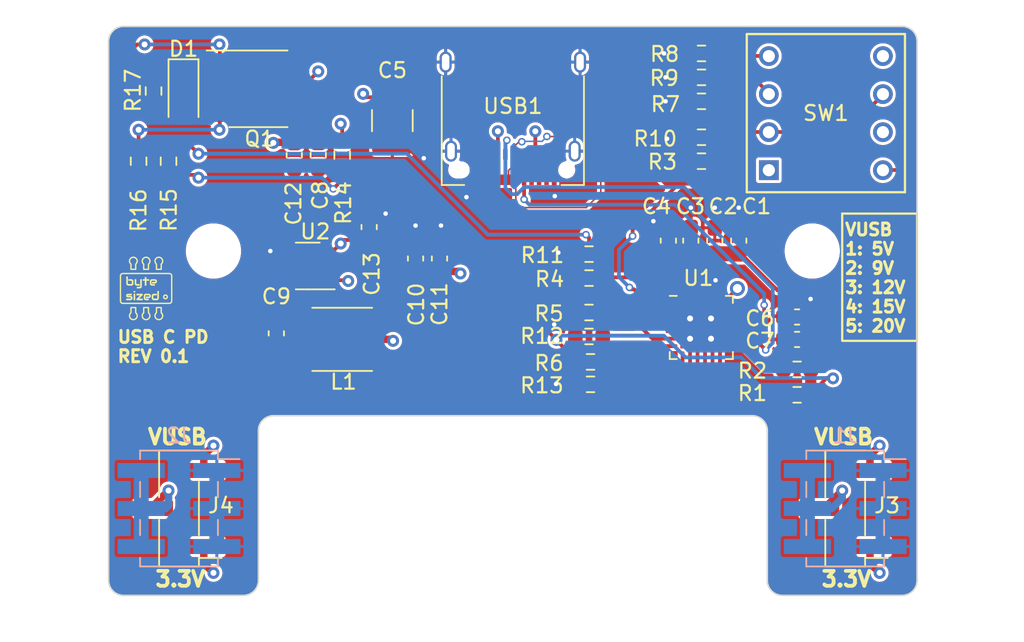
<source format=kicad_pcb>
(kicad_pcb (version 20240108) (generator "pcbnew") (generator_version "8.0")
  (title_block (title "USB C PD") (rev "0.1"))
  (layers (0 "F.Cu" signal) (1 "In1.Cu" signal) (2 "In2.Cu" signal) (31 "B.Cu" signal) (34 "B.Paste" user) (35 "F.Paste" user) (36 "B.SilkS" user "B.Silkscreen") (37 "F.SilkS" user "F.Silkscreen") (38 "B.Mask" user) (39 "F.Mask" user) (44 "Edge.Cuts" user))
  (net 0 "")
  (net 1 "/RAIL_1")
  (net 2 "/RAIL_2")
  (net 3 "Net-(SW1-2)")
  (net 4 "Net-(SW1-3)")
  (net 5 "Net-(SW1-4)")
  (net 9 "/3V3")
  (net 12 "GND")
  (net 13 "/CC1")
  (net 14 "/CC2")
  (net 15 "/VCCD")
  (net 21 "Net-(C12-Pad1)")
  (net 22 "/DC_OUTPUT")
  (net 23 "VBUS")
  (net 27 "Net-(D1-K)")
  (net 28 "Net-(D1-A)")
  (net 29 "/HPI_SDA")
  (net 30 "/HPI_SCL")
  (net 31 "/VBUS_MIN")
  (net 32 "/ISNK_COARSE")
  (net 33 "/ISNK_FINE")
  (net 34 "/VBUS_FET_EN")
  (net 35 "/VBUS_MAX")
  (net 36 "/SAFE_PWR_EN")
  (net 37 "/HPI_INT")
  (net 38 "/GPIO_1")
  (net 39 "/FAULT")
  (net 40 "/FLIP")
  (net 41 "/VDC_OUT")
  (net 46 "/VSS")
  (net 47 "/D+")
  (net 48 "/D-")
  (net 49 "Net-(U2-SW)")
  (net 50 "Net-(U2-BST)")
  (net 51 "/3V3_OUT")
  (footprint "Capacitor_SMD:C_0603_1608Metric_Pad1.08x0.95mm_HandSolder" (layer "F.Cu") (at 122.1 115.5 90)
    (property "Reference" "C11")
    (property "Value" "22uF")
  )
  (footprint "Resistor_SMD:R_0603_1608Metric_Pad0.98x0.95mm_HandSolder" (layer "F.Cu") (at 132.1875 122.40625)
    (property "Reference" "R6")
    (property "Value" "5k")
  )
  (footprint "Resistor_SMD:R_0603_1608Metric_Pad0.98x0.95mm_HandSolder" (layer "F.Cu") (at 132.0875 119.10625)
    (property "Reference" "R5")
    (property "Value" "5k")
  )
  (footprint "Package_DFN_QFN:QFN-24-1EP_4x4mm_P0.5mm_EP2.8x2.8mm" (layer "F.Cu") (at 139.5875 120.10625)
    (property "Reference" "U1")
    (property "Value" "CYPD3177-24LQXQT")
  )
  (footprint "Resistor_SMD:R_0603_1608Metric_Pad0.98x0.95mm_HandSolder" (layer "F.Cu") (at 104 109 90)
    (property "Reference" "R15")
    (property "Value" "1k")
  )
  (footprint "Package_TO_SOT_SMD:TSOT-23-6" (layer "F.Cu") (at 113.3 116 180)
    (property "Reference" "U2")
    (property "Value" "AP63203WU")
  )
  (footprint "MountingHole:MountingHole_3.2mm_M3" (layer "F.Cu") (at 107 115)
    (property "Reference" "H2" (hide yes))
    (property "Value" "MountingHole")
  )
  (footprint "Resistor_SMD:R_0603_1608Metric_Pad0.98x0.95mm_HandSolder" (layer "F.Cu") (at 132.1875 123.90625 180)
    (property "Reference" "R13")
    (property "Value" "10k")
  )
  (footprint "Capacitor_SMD:C_0603_1608Metric_Pad1.08x0.95mm_HandSolder" (layer "F.Cu") (at 142.0875 114.30625 90)
    (property "Reference" "C1")
    (property "Value" "0.1uF")
  )
  (footprint "Resistor_SMD:R_0603_1608Metric_Pad0.98x0.95mm_HandSolder" (layer "F.Cu") (at 139.6 105)
    (property "Reference" "R7")
    (property "Value" "5k")
  )
  (footprint "Resistor_SMD:R_0603_1608Metric_Pad0.98x0.95mm_HandSolder" (layer "F.Cu") (at 139.6 103.4)
    (property "Reference" "R9")
    (property "Value" "1k")
  )
  (footprint "Capacitor_SMD:C_0603_1608Metric_Pad1.08x0.95mm_HandSolder" (layer "F.Cu") (at 137.3875 114.30625 90)
    (property "Reference" "C4")
    (property "Value" "C")
  )
  (footprint "Resistor_SMD:R_0603_1608Metric_Pad0.98x0.95mm_HandSolder" (layer "F.Cu") (at 103 104.3125 -90)
    (property "Reference" "R17")
    (property "Value" "49.9k")
  )
  (footprint "Capacitor_SMD:C_0603_1608Metric_Pad1.08x0.95mm_HandSolder" (layer "F.Cu") (at 114 108.59 -90)
    (property "Reference" "C8")
    (property "Value" "1uF")
  )
  (footprint "Connector_PinHeader_2.54mm:PinHeader_1x03_P2.54mm_Vertical_SMD_Pin1Left" (layer "F.Cu") (at 104.7 132.2 180)
    (property "Reference" "J4")
    (property "Value" "~")
  )
  (footprint "Resistor_SMD:R_0603_1608Metric_Pad0.98x0.95mm_HandSolder" (layer "F.Cu") (at 145.9875 122.90625 180)
    (property "Reference" "R2")
    (property "Value" "2K")
  )
  (footprint "Package_SO:SO-8_3.9x4.9mm_P1.27mm" (layer "F.Cu") (at 110 104.165)
    (property "Reference" "Q1")
    (property "Value" "IRF9358TRPBF")
  )
  (footprint "Capacitor_SMD:C_0603_1608Metric_Pad1.08x0.95mm_HandSolder" (layer "F.Cu") (at 140.4875 114.30625 90)
    (property "Reference" "C2")
    (property "Value" "0.1uF")
  )
  (footprint "New Logo:byteSizedEngineeringLogo-5mm" (layer "F.Cu") (at 102.500001 117.499563)
    (property "Reference" "G***" (hide yes))
    (property "Value" "LOGO" (hide yes))
  )
  (footprint "Project footprints:SS-10-15SP-LE_NDC" (layer "F.Cu") (at 144.1 109.6)
    (property "Reference" "SW1")
    (property "Value" "SS-10-15SP-LE")
  )
  (footprint "Resistor_SMD:R_0603_1608Metric_Pad0.98x0.95mm_HandSolder" (layer "F.Cu") (at 139.6 107.4 180)
    (property "Reference" "R10")
    (property "Value" "DNP")
  )
  (footprint "Resistor_SMD:R_0603_1608Metric_Pad0.98x0.95mm_HandSolder" (layer "F.Cu") (at 132.0875 120.70625 180)
    (property "Reference" "R12")
    (property "Value" "10k")
  )
  (footprint "Capacitor_SMD:C_0603_1608Metric_Pad1.08x0.95mm_HandSolder" (layer "F.Cu") (at 117.4 113.4 -90)
    (property "Reference" "C13")
    (property "Value" "10uF")
  )
  (footprint "Inductor_SMD:L_Vishay_IFSC-1515AH_4x4x1.8mm" (layer "F.Cu") (at 115.6 120.9)
    (property "Reference" "L1")
    (property "Value" "4.7uH")
  )
  (footprint "Resistor_SMD:R_0603_1608Metric_Pad0.98x0.95mm_HandSolder" (layer "F.Cu") (at 102 109 90)
    (property "Reference" "R16")
    (property "Value" "0")
  )
  (footprint "Capacitor_SMD:C_0603_1608Metric_Pad1.08x0.95mm_HandSolder" (layer "F.Cu") (at 111.2 120.5 90)
    (property "Reference" "C9")
    (property "Value" "0.1uF")
  )
  (footprint "Connector_PinHeader_2.54mm:PinHeader_1x03_P2.54mm_Vertical_SMD_Pin1Left" (layer "F.Cu") (at 149.2 132.2 180)
    (property "Reference" "J3")
    (property "Value" "~")
  )
  (footprint "Resistor_SMD:R_0603_1608Metric_Pad0.98x0.95mm_HandSolder" (layer "F.Cu") (at 145.9875 124.60625 180)
    (property "Reference" "R1")
    (property "Value" "2K")
  )
  (footprint "Capacitor_SMD:C_0603_1608Metric_Pad1.08x0.95mm_HandSolder" (layer "F.Cu") (at 145.9875 120.90625)
    (property "Reference" "C7")
    (property "Value" "390pF")
  )
  (footprint "" (layer "F.Cu") (at 147 115)
    (property "Reference" "")
    (property "Value" "")
  )
  (footprint "Capacitor_SMD:C_0603_1608Metric_Pad1.08x0.95mm_HandSolder" (layer "F.Cu") (at 112.4 108.6 90)
    (property "Reference" "C12")
    (property "Value" "1uF")
  )
  (footprint "Resistor_SMD:R_0603_1608Metric_Pad0.98x0.95mm_HandSolder" (layer "F.Cu") (at 115.6 108.59 -90)
    (property "Reference" "R14")
    (property "Value" "10k")
  )
  (footprint "Capacitor_SMD:C_0603_1608Metric_Pad1.08x0.95mm_HandSolder" (layer "F.Cu") (at 145.9875 119.40625)
    (property "Reference" "C6")
    (property "Value" "390pF")
  )
  (footprint "Resistor_SMD:R_0603_1608Metric_Pad0.98x0.95mm_HandSolder" (layer "F.Cu") (at 132.0875 116.80625)
    (property "Reference" "R4")
    (property "Value" "DNP")
  )
  (footprint "Capacitor_SMD:C_1210_3225Metric_Pad1.33x2.70mm_HandSolder" (layer "F.Cu") (at 118.95 106.29 -90)
    (property "Reference" "C5")
    (property "Value" "3.3uF")
  )
  (footprint "Diode_SMD:D_SOD-123F" (layer "F.Cu") (at 105 104.4 -90)
    (property "Reference" "D1")
    (property "Value" "D_Zener")
  )
  (footprint "Resistor_SMD:R_0603_1608Metric_Pad0.98x0.95mm_HandSolder" (layer "F.Cu") (at 139.6 109)
    (property "Reference" "R3")
    (property "Value" "5k")
  )
  (footprint "Connector_USB:USB_C_Receptacle_Amphenol_12401610E4-2A" (layer "F.Cu") (at 127 105.22 180)
    (property "Reference" "USB1")
    (property "Value" "USB_C_Receptacle")
  )
  (footprint "Resistor_SMD:R_0603_1608Metric_Pad0.98x0.95mm_HandSolder" (layer "F.Cu") (at 139.6 101.8)
    (property "Reference" "R8")
    (property "Value" "2.4k")
  )
  (footprint "Capacitor_SMD:C_0603_1608Metric_Pad1.08x0.95mm_HandSolder" (layer "F.Cu") (at 120.5 115.5 90)
    (property "Reference" "C10")
    (property "Value" "22uF")
  )
  (footprint "Resistor_SMD:R_0603_1608Metric_Pad0.98x0.95mm_HandSolder" (layer "F.Cu") (at 132.0875 115.20625 180)
    (property "Reference" "R11")
    (property "Value" "X")
  )
  (footprint "Capacitor_SMD:C_0603_1608Metric_Pad1.08x0.95mm_HandSolder" (layer "F.Cu") (at 138.8875 114.30625 90)
    (property "Reference" "C3")
    (property "Value" "1uF")
  )
  (footprint "Connector_PinHeader_2.54mm:PinHeader_2x03_P2.54mm_Vertical_SMD" (layer "B.Cu") (at 104.7 132.2 180)
    (property "Reference" "J2")
    (property "Value" "Conn_02x02_Counter_Clockwise")
  )
  (footprint "Connector_PinHeader_2.54mm:PinHeader_2x03_P2.54mm_Vertical_SMD" (layer "B.Cu") (at 149.2 132.2 180)
    (property "Reference" "J1")
    (property "Value" "Conn_02x02_Counter_Clockwise")
  )
  (gr_rect (start 149 112.5) (end 154 121) (stroke (width 0.15)) (fill none) (layer "F.SilkS"))
  (gr_arc (start 110 127) (mid 110.292893 126.292893) (end 111 126) (stroke (width 0.1)) (layer "Edge.Cuts"))
  (gr_line (start 143 126) (end 111 126) (stroke (width 0.1)) (layer "Edge.Cuts"))
  (gr_arc (start 110 137) (mid 109.707107 137.707107) (end 109 138) (stroke (width 0.1)) (layer "Edge.Cuts"))
  (gr_arc (start 101 138) (mid 100.292893 137.707107) (end 100 137) (stroke (width 0.1)) (layer "Edge.Cuts"))
  (gr_line (start 144 137) (end 144 127) (stroke (width 0.1)) (layer "Edge.Cuts"))
  (gr_line (start 100 137) (end 100 101) (stroke (width 0.1)) (layer "Edge.Cuts"))
  (gr_arc (start 143 126) (mid 143.707107 126.292893) (end 144 127) (stroke (width 0.1)) (layer "Edge.Cuts"))
  (gr_line (start 154 101) (end 154 137) (stroke (width 0.1)) (layer "Edge.Cuts"))
  (gr_arc (start 145 138) (mid 144.292893 137.707107) (end 144 137) (stroke (width 0.1)) (layer "Edge.Cuts"))
  (gr_arc (start 100 101) (mid 100.292893 100.292893) (end 101 100) (stroke (width 0.1)) (layer "Edge.Cuts"))
  (gr_arc (start 153 100) (mid 153.707107 100.292893) (end 154 101) (stroke (width 0.1)) (layer "Edge.Cuts"))
  (gr_line (start 101 100) (end 153 100) (stroke (width 0.1)) (layer "Edge.Cuts"))
  (gr_arc (start 154 137) (mid 153.707107 137.707107) (end 153 138) (stroke (width 0.1)) (layer "Edge.Cuts"))
  (gr_line (start 153 138) (end 145 138) (stroke (width 0.1)) (layer "Edge.Cuts"))
  (gr_line (start 109 138) (end 101 138) (stroke (width 0.1)) (layer "Edge.Cuts"))
  (gr_line (start 110 127) (end 110 137) (stroke (width 0.1)) (layer "Edge.Cuts"))
  (gr_text "${TITLE}\nREV ${REVISION}" (at 100.5 122.5 0) (layer "F.SilkS") (effects (font (size 0.8 0.8) (thickness 0.2) (bold yes)) (justify left bottom)))
  (gr_text "VUSB" (at 147 128 0) (layer "F.SilkS") (effects (font (size 1 1) (thickness 0.25) (bold yes)) (justify left bottom)))
  (gr_text "3.3V" (at 147.5 137.5 0) (layer "F.SilkS") (effects (font (size 1 1) (thickness 0.25) (bold yes)) (justify left bottom)))
  (gr_text "VUSB" (at 102.5 128 0) (layer "F.SilkS") (effects (font (size 1 1) (thickness 0.25) (bold yes)) (justify left bottom)))
  (gr_text "3.3V" (at 103 137.5 0) (layer "F.SilkS") (effects (font (size 1 1) (thickness 0.25) (bold yes)) (justify left bottom)))
  (gr_text_box "VUSB\n1: 5V\n2: 9V\n3: 12V\n4: 15V\n5: 20V" (start 148.5 112.5) (end 158.2 122.25) (layer "F.SilkS") (effects (font (size 0.8 0.8) (thickness 0.2) (bold yes)) (justify left top)) (border no))
  (segment (start 147.545 132.2) (end 147.8 132.2) (width 0.5) (layer "F.Cu") (net 1))
  (segment (start 147.8 132.2) (end 149 131) (width 0.5) (layer "F.Cu") (net 1))
  (via (at 149 131) (size 0.8) (drill 0.4) (layers "F.Cu" "B.Cu") (net 1))
  (segment (start 146.675 129.66) (end 146.675 132.2) (width 1) (layer "B.Cu") (net 1))
  (segment (start 149 131) (end 149 131.5) (width 0.5) (layer "B.Cu") (net 1))
  (segment (start 149 131.5) (end 148.3 132.2) (width 0.5) (layer "B.Cu") (net 1))
  (segment (start 146.675 132.2) (end 146.675 134.74) (width 1) (layer "B.Cu") (net 1))
  (segment (start 148.3 132.2) (end 146.675 132.2) (width 0.5) (layer "B.Cu") (net 1))
  (segment (start 103.045 131.955) (end 104 131) (width 0.5) (layer "F.Cu") (net 2))
  (segment (start 103.045 132.2) (end 103.045 131.955) (width 0.5) (layer "F.Cu") (net 2))
  (via (at 104 131) (size 0.8) (drill 0.4) (layers "F.Cu" "B.Cu") (net 2))
  (segment (start 102.175 129.66) (end 102.175 132.2) (width 1) (layer "B.Cu") (net 2))
  (segment (start 104 132) (end 103.8 132.2) (width 0.5) (layer "B.Cu") (net 2))
  (segment (start 104 131) (end 104 132) (width 0.5) (layer "B.Cu") (net 2))
  (segment (start 102.175 132.2) (end 102.175 134.74) (width 1) (layer "B.Cu") (net 2))
  (segment (start 103.8 132.2) (end 102.175 132.2) (width 0.5) (layer "B.Cu") (net 2))
  (segment (start 140.475 103.375) (end 143.02 103.375) (width 0.25) (layer "F.Cu") (net 3))
  (segment (start 143.02 103.375) (end 144.155 104.51) (width 0.25) (layer "F.Cu") (net 3))
  (segment (start 144.155 101.97) (end 140.645 101.97) (width 0.25) (layer "F.Cu") (net 4))
  (segment (start 140.645 101.97) (end 140.475 101.8) (width 0.25) (layer "F.Cu") (net 4))
  (segment (start 147.85 103.125) (end 147.875 103.15) (width 0.25) (layer "F.Cu") (net 5))
  (segment (start 140.475 104.975) (end 141.2 105.7) (width 0.25) (layer "F.Cu") (net 5))
  (segment (start 141.2 105.7) (end 145.275 105.7) (width 0.25) (layer "F.Cu") (net 5))
  (segment (start 145.275 105.7) (end 147.85 103.125) (width 0.25) (layer "F.Cu") (net 5))
  (segment (start 153.5 103.925) (end 153.5 109) (width 0.25) (layer "F.Cu") (net 5))
  (segment (start 152.725 103.15) (end 153.5 103.925) (width 0.25) (layer "F.Cu") (net 5))
  (segment (start 152.91 109.59) (end 151.775 109.59) (width 0.25) (layer "F.Cu") (net 5))
  (segment (start 153.5 109) (end 152.91 109.59) (width 0.25) (layer "F.Cu") (net 5))
  (segment (start 147.875 103.15) (end 152.725 103.15) (width 0.25) (layer "F.Cu") (net 5))
  (segment (start 142.2375 115.18125) (end 144.6875 117.63125) (width 0.25) (layer "F.Cu") (net 9))
  (segment (start 142.125 115.18125) (end 142.2375 115.18125) (width 0.25) (layer "F.Cu") (net 9))
  (segment (start 138.8375 115.21875) (end 138.8375 118.16875) (width 0.25) (layer "F.Cu") (net 9))
  (segment (start 129.9125 120.96875) (end 131.3 122.35625) (width 0.25) (layer "F.Cu") (net 9))
  (segment (start 138.8875 115.16875) (end 138.8375 115.21875) (width 0.25) (layer "F.Cu") (net 9))
  (segment (start 148.2375 122.10625) (end 147.4875 122.85625) (width 0.25) (layer "F.Cu") (net 9))
  (segment (start 131.1625 119.01875) (end 131.2 119.05625) (width 0.25) (layer "F.Cu") (net 9))
  (segment (start 142.7 111.8) (end 143.4 112.5) (width 0.25) (layer "F.Cu") (net 9))
  (segment (start 143.4 112.5) (end 143.4 114.8) (width 0.25) (layer "F.Cu") (net 9))
  (segment (start 143.4 114.8) (end 143.01875 115.18125) (width 0.25) (layer "F.Cu") (net 9))
  (segment (start 144.6875 117.63125) (end 147.150673 117.63125) (width 0.25) (layer "F.Cu") (net 9))
  (segment (start 129.9125 120.93125) (end 129.9125 120.96875) (width 0.25) (layer "F.Cu") (net 9))
  (segment (start 143.01875 115.18125) (end 142.125 115.18125) (width 0.25) (layer "F.Cu") (net 9))
  (segment (start 142.7 109.5) (end 142.7 111.8) (width 0.25) (layer "F.Cu") (net 9))
  (segment (start 147.9625 123.48125) (end 146.8875 124.55625) (width 0.25) (layer "F.Cu") (net 9))
  (segment (start 129.1875 119.668077) (end 129.799327 119.05625) (width 0.25) (layer "F.Cu") (net 9))
  (segment (start 129.799327 119.05625) (end 131.2 119.05625) (width 0.25) (layer "F.Cu") (net 9))
  (segment (start 147.150673 117.63125) (end 148.2375 118.718077) (width 0.25) (layer "F.Cu") (net 9))
  (segment (start 142.125 115.18125) (end 138.9 115.18125) (width 1) (layer "F.Cu") (net 9))
  (segment (start 139.6 108.2) (end 141.4 108.2) (width 0.25) (layer "F.Cu") (net 9))
  (segment (start 146.9 124.54375) (end 146.8875 124.55625) (width 0.75) (layer "F.Cu") (net 9))
  (segment (start 138.8 109) (end 139.6 108.2) (width 0.25) (layer "F.Cu") (net 9))
  (segment (start 131.1625 116.75625) (end 131.1625 119.01875) (width 0.25) (layer "F.Cu") (net 9))
  (segment (start 138.9 115.18125) (end 138.8875 115.16875) (width 1) (layer "F.Cu") (net 9))
  (segment (start 141.4 108.2) (end 142.7 109.5) (width 0.25) (layer "F.Cu") (net 9))
  (segment (start 146.9 122.85625) (end 146.9 124.54375) (width 0.75) (layer "F.Cu") (net 9))
  (segment (start 148.2375 118.718077) (end 148.2375 122.10625) (width 0.25) (layer "F.Cu") (net 9))
  (segment (start 147.4875 122.85625) (end 146.9 122.85625) (width 0.25) (layer "F.Cu") (net 9))
  (segment (start 138.6875 109) (end 138.8 109) (width 0.25) (layer "F.Cu") (net 9))
  (segment (start 129.1875 120.20625) (end 129.1875 119.668077) (width 0.25) (layer "F.Cu") (net 9))
  (segment (start 148.3375 123.48125) (end 147.9625 123.48125) (width 0.25) (layer "F.Cu") (net 9))
  (segment (start 129.9125 120.93125) (end 129.1875 120.20625) (width 0.25) (layer "F.Cu") (net 9))
  (via (at 148.3875 123.50625) (size 0.8) (drill 0.4) (layers "F.Cu" "B.Cu") (net 9))
  (via (at 129.9125 120.93125) (size 0.8) (drill 0.4) (layers "F.Cu" "B.Cu") (net 9))
  (segment (start 143.6125 123.48125) (end 142.2375 122.10625) (width 0.25) (layer "B.Cu") (net 9))
  (segment (start 148.3375 123.48125) (end 143.6125 123.48125) (width 0.25) (layer "B.Cu") (net 9))
  (segment (start 130.1875 120.65625) (end 129.9125 120.93125) (width 0.25) (layer "B.Cu") (net 9))
  (segment (start 142.2375 122.10625) (end 138.5375 122.10625) (width 0.25) (layer "B.Cu") (net 9))
  (segment (start 137.0875 120.65625) (end 130.1875 120.65625) (width 0.25) (layer "B.Cu") (net 9))
  (segment (start 138.5375 122.10625) (end 137.0875 120.65625) (width 0.25) (layer "B.Cu") (net 9))
  (segment (start 142.0875 112.10625) (end 142.0875 113.41875) (width 0.25) (layer "F.Cu") (net 12))
  (segment (start 146.8875 119.35625) (end 146.8875 118.23125) (width 0.25) (layer "F.Cu") (net 12))
  (segment (start 129.75 109.44) (end 130 109.19) (width 0.25) (layer "F.Cu") (net 12))
  (segment (start 129.75 110.24) (end 129.75 109.44) (width 0.25) (layer "F.Cu") (net 12))
  (segment (start 124.25 108.79) (end 124.25 111.05) (width 0.25) (layer "F.Cu") (net 12))
  (segment (start 130.45 119.90625) (end 131.2 120.65625) (width 0.25) (layer "F.Cu") (net 12))
  (segment (start 137.2 105) (end 138.625 105) (width 0.25) (layer "F.Cu") (net 12))
  (segment (start 122.1 113.375) (end 122.15 113.325) (width 0.25) (layer "F.Cu") (net 12))
  (segment (start 138.625 105) (end 138.65 104.975) (width 0.25) (layer "F.Cu") (net 12))
  (segment (start 137.25 103.4) (end 138.625 103.4) (width 0.25) (layer "F.Cu") (net 12))
  (segment (start 129.8 110.29) (end 129.75 110.24) (width 0.25) (layer "F.Cu") (net 12))
  (segment (start 120.1 107.85) (end 121.05 108.8) (width 0.75) (layer "F.Cu") (net 12))
  (segment (start 146.8875 118.23125) (end 146.9125 118.20625) (width 0.25) (layer "F.Cu") (net 12))
  (segment (start 136.7875 113.45625) (end 137.425 113.45625) (width 0.25) (layer "F.Cu") (net 12))
  (segment (start 129.8 111.33175) (end 129.8 110.29) (width 0.25) (layer "F.Cu") (net 12))
  (segment (start 118.95 107.85) (end 120.1 107.85) (width 0.75) (layer "F.Cu") (net 12))
  (segment (start 140.5375 116.95625) (end 140.8375 117.25625) (width 0.25) (layer "F.Cu") (net 12))
  (segment (start 131.225 123.88125) (end 131.3 123.95625) (width 0.25) (layer "F.Cu") (net 12))
  (segment (start 138.8875 112.10625) (end 138.8875 113.45625) (width 0.25) (layer "F.Cu") (net 12))
  (segment (start 122.1 114.6125) (end 122.1 113.375) (width 0.25) (layer "F.Cu") (net 12))
  (segment (start 140.8375 117.25625) (end 140.8375 118.16875) (width 0.25) (layer "F.Cu") (net 12))
  (segment (start 130.0375 115.10625) (end 131.1125 115.10625) (width 0.25) (layer "F.Cu") (net 12))
  (segment (start 140.525 112.14375) (end 140.4625 112.08125) (width 0.25) (layer "F.Cu") (net 12))
  (segment (start 130 109.19) (end 130 108.54) (width 0.25) (layer "F.Cu") (net 12))
  (segment (start 137.3 107.525) (end 138.55 107.525) (width 0.25) (layer "F.Cu") (net 12))
  (segment (start 110.8 115) (end 112.1375 115) (width 0.25) (layer "F.Cu") (net 12))
  (segment (start 120.5 113.3) (end 120.5 114.5875) (width 0.25) (layer "F.Cu") (net 12))
  (segment (start 138.625 101.825) (end 138.65 101.8) (width 0.25) (layer "F.Cu") (net 12))
  (segment (start 118.525 112.525) (end 117.4 112.525) (width 0.25) (layer "F.Cu") (net 12))
  (segment (start 140.525 113.45625) (end 140.525 112.14375) (width 0.25) (layer "F.Cu") (net 12))
  (segment (start 137.125 101.825) (end 138.625 101.825) (width 0.25) (layer "F.Cu") (net 12))
  (segment (start 124.25 111.05) (end 123.9 111.4) (width 0.25) (layer "F.Cu") (net 12))
  (segment (start 129.8875 123.88125) (end 131.225 123.88125) (width 0.25) (layer "F.Cu") (net 12))
  (segment (start 138.625 103.4) (end 138.65 103.375) (width 0.25) (layer "F.Cu") (net 12))
  (segment (start 138.55 107.525) (end 138.65 107.425) (width 0.25) (layer "F.Cu") (net 12))
  (segment (start 124.5 108.54) (end 124.25 108.79) (width 0.25) (layer "F.Cu") (net 12))
  (segment (start 129.7625 119.90625) (end 130.45 119.90625) (width 0.25) (layer "F.Cu") (net 12))
  (segment (start 136.3625 113.03125) (end 136.7875 113.45625) (width 0.25) (layer "F.Cu") (net 12))
  (segment (start 146.8875 119.35625) (end 146.8875 120.95625) (width 0.25) (layer "F.Cu") (net 12))
  (via (at 138.8375 119.50625) (size 0.8) (drill 0.4) (layers "F.Cu" "B.Cu") (net 12))
  (via (at 129.7625 119.90625) (size 0.5) (drill 0.3) (layers "F.Cu" "B.Cu") (net 12))
  (via (at 137.2 103.4) (size 0.5) (drill 0.3) (layers "F.Cu" "B.Cu") (net 12))
  (via (at 140.5375 116.95625) (size 0.5) (drill 0.3) (layers "F.Cu" "B.Cu") (net 12))
  (via (at 121.05 108.8) (size 0.5) (drill 0.3) (layers "F.Cu" "B.Cu") (net 12))
  (via (at 118.5 112.5) (size 0.5) (drill 0.3) (layers "F.Cu" "B.Cu") (net 12))
  (via (at 137.1 101.8) (size 0.5) (drill 0.3) (layers "F.Cu" "B.Cu") (net 12))
  (via (at 142.0875 112.10625) (size 0.5) (drill 0.3) (layers "F.Cu" "B.Cu") (net 12))
  (via (at 140.4875 112.10625) (size 0.5) (drill 0.3) (layers "F.Cu" "B.Cu") (net 12))
  (via (at 140.2375 119.50625) (size 0.8) (drill 0.4) (layers "F.Cu" "B.Cu") (net 12))
  (via (at 137.3 107.5) (size 0.5) (drill 0.3) (layers "F.Cu" "B.Cu") (net 12))
  (via (at 120.5 113.3) (size 0.5) (drill 0.3) (layers "F.Cu" "B.Cu") (net 12))
  (via (at 140.2375 120.85625) (size 0.8) (drill 0.4) (layers "F.Cu" "B.Cu") (net 12))
  (via (at 110.8 115) (size 0.5) (drill 0.3) (layers "F.Cu" "B.Cu") (net 12))
  (via (at 122.2 113.3) (size 0.5) (drill 0.3) (layers "F.Cu" "B.Cu") (net 12))
  (via (at 138.8375 120.85625) (size 0.8) (drill 0.4) (layers "F.Cu" "B.Cu") (net 12))
  (via (at 129.8 111.33175) (size 0.5) (drill 0.3) (layers "F.Cu" "B.Cu") (net 12))
  (via (at 146.8875 118.20625) (size 0.5) (drill 0.3) (layers "F.Cu" "B.Cu") (net 12))
  (via (at 123.9 111.4) (size 0.5) (drill 0.3) (layers "F.Cu" "B.Cu") (net 12))
  (via (at 129.8875 123.88125) (size 0.5) (drill 0.3) (layers "F.Cu" "B.Cu") (net 12))
  (via (at 138.8875 112.10625) (size 0.5) (drill 0.3) (layers "F.Cu" "B.Cu") (net 12))
  (via (at 130.0375 115.10625) (size 0.5) (drill 0.3) (layers "F.Cu" "B.Cu") (net 12))
  (via (at 137.2 105) (size 0.5) (drill 0.3) (layers "F.Cu" "B.Cu") (net 12))
  (via (at 136.3875 113.00625) (size 0.5) (drill 0.3) (layers "F.Cu" "B.Cu") (net 12))
  (segment (start 151.725 129.66) (end 151.725 132.2) (width 1) (layer "B.Cu") (net 12))
  (segment (start 151.725 132.2) (end 151.725 134.74) (width 1) (layer "B.Cu") (net 12))
  (segment (start 107.225 129.66) (end 107.225 132.2) (width 1) (layer "B.Cu") (net 12))
  (segment (start 107.225 132.2) (end 107.225 134.74) (width 1) (layer "B.Cu") (net 12))
  (segment (start 143.787 118.55625) (end 143.787 119.65575) (width 0.25) (layer "F.Cu") (net 13))
  (segment (start 144.375 119.35625) (end 145.1625 119.35625) (width 0.25) (layer "F.Cu") (net 13))
  (segment (start 143.787 119.65575) (end 143.93125 119.8) (width 0.25) (layer "F.Cu") (net 13))
  (segment (start 143.93125 119.8) (end 144.375 119.35625) (width 0.25) (layer "F.Cu") (net 13))
  (segment (start 127.75 110.24) (end 127.75 111.55) (width 0.25) (layer "F.Cu") (net 13))
  (segment (start 143.375 120.35625) (end 143.93125 119.8) (width 0.25) (layer "F.Cu") (net 13))
  (segment (start 141.625 120.35625) (end 143.375 120.35625) (width 0.25) (layer "F.Cu") (net 13))
  (via (at 143.7875 118.60625) (size 0.5) (drill 0.3) (layers "F.Cu" "B.Cu") (net 13))
  (via (at 127.75 111.55) (size 0.5) (drill 0.3) (layers "F.Cu" "B.Cu") (net 13))
  (segment (start 128.10625 111.90625) (end 137.8375 111.90625) (width 0.25) (layer "B.Cu") (net 13))
  (segment (start 143.787 117.85575) (end 143.787 118.55625) (width 0.25) (layer "B.Cu") (net 13))
  (segment (start 137.8375 111.90625) (end 143.787 117.85575) (width 0.25) (layer "B.Cu") (net 13))
  (segment (start 127.75 111.55) (end 128.10625 111.90625) (width 0.25) (layer "B.Cu") (net 13))
  (segment (start 143.1875 120.90625) (end 145.125 120.90625) (width 0.25) (layer "F.Cu") (net 14))
  (segment (start 126.5 107.7) (end 126.5 108.54) (width 0.25) (layer "F.Cu") (net 14))
  (segment (start 143.1375 120.85625) (end 143.1875 120.90625) (width 0.25) (layer "F.Cu") (net 14))
  (segment (start 126.6 107.6) (end 126.5 107.7) (width 0.25) (layer "F.Cu") (net 14))
  (segment (start 143.1375 120.85625) (end 143.8375 121.55625) (width 0.25) (layer "F.Cu") (net 14))
  (segment (start 141.575 120.85625) (end 143.1375 120.85625) (width 0.25) (layer "F.Cu") (net 14))
  (via (at 143.8875 121.60625) (size 0.5) (drill 0.3) (layers "F.Cu" "B.Cu") (net 14))
  (via (at 126.6 107.6) (size 0.5) (drill 0.3) (layers "F.Cu" "B.Cu") (net 14))
  (segment (start 126.5 107.7) (end 126.5 110.8) (width 0.25) (layer "B.Cu") (net 14))
  (segment (start 127.761827 110.725) (end 138.425 110.725) (width 0.25) (layer "B.Cu") (net 14))
  (segment (start 144.3625 117.503462) (end 144.3625 121.13125) (width 0.25) (layer "B.Cu") (net 14))
  (segment (start 138.425 110.725) (end 139.4625 111.7625) (width 0.25) (layer "B.Cu") (net 14))
  (segment (start 126.9 111.2) (end 127.286827 111.2) (width 0.25) (layer "B.Cu") (net 14))
  (segment (start 126.5 110.8) (end 126.9 111.2) (width 0.25) (layer "B.Cu") (net 14))
  (segment (start 127.286827 111.2) (end 127.761827 110.725) (width 0.25) (layer "B.Cu") (net 14))
  (segment (start 126.6 107.6) (end 126.5 107.7) (width 0.25) (layer "B.Cu") (net 14))
  (segment (start 139.4625 112.603462) (end 144.3625 117.503462) (width 0.25) (layer "B.Cu") (net 14))
  (segment (start 139.4625 111.7625) (end 139.4625 112.603462) (width 0.25) (layer "B.Cu") (net 14))
  (segment (start 144.3625 121.13125) (end 143.8875 121.60625) (width 0.25) (layer "B.Cu") (net 14))
  (segment (start 137.425 116.45625) (end 137.425 115.18125) (width 0.25) (layer "F.Cu") (net 15))
  (segment (start 138.3375 117.36875) (end 137.425 116.45625) (width 0.25) (layer "F.Cu") (net 15))
  (segment (start 138.3375 118.16875) (end 138.3375 117.36875) (width 0.25) (layer "F.Cu") (net 15))
  (segment (start 115 110.85) (end 115.6 110.25) (width 0.25) (layer "F.Cu") (net 21))
  (segment (start 102 109.9125) (end 104 109.9125) (width 0.25) (layer "F.Cu") (net 21))
  (segment (start 114.025 109.45) (end 115.55 109.45) (width 0.25) (layer "F.Cu") (net 21))
  (segment (start 105.8125 109.9125) (end 106 110.1) (width 0.25) (layer "F.Cu") (net 21))
  (segment (start 115.6 110.25) (end 115.6 109.5) (width 0.25) (layer "F.Cu") (net 21))
  (segment (start 112.425 109.45) (end 114.025 109.45) (width 0.25) (layer "F.Cu") (net 21))
  (segment (start 104 109.9125) (end 105.8125 109.9125) (width 0.25) (layer "F.Cu") (net 21))
  (segment (start 115.55 109.45) (end 115.6 109.5) (width 0.25) (layer "F.Cu") (net 21))
  (via (at 115 110.85) (size 0.5) (drill 0.3) (layers "F.Cu" "B.Cu") (net 21))
  (via (at 106 110.1) (size 0.8) (drill 0.4) (layers "F.Cu" "B.Cu") (net 21))
  (segment (start 106 110.1) (end 114.25 110.1) (width 0.25) (layer "B.Cu") (net 21))
  (segment (start 114.25 110.1) (end 115 110.85) (width 0.25) (layer "B.Cu") (net 21))
  (segment (start 111.0375 107.7375) (end 111 107.775) (width 0.5) (layer "F.Cu") (net 22))
  (segment (start 112.4 107.7375) (end 111.0375 107.7375) (width 0.5) (layer "F.Cu") (net 22))
  (segment (start 112.575 107.5625) (end 112.4 107.7375) (width 0.5) (layer "F.Cu") (net 22))
  (segment (start 106.355 129.66) (end 106.355 128.645) (width 0.5) (layer "F.Cu") (net 22))
  (segment (start 150.855 128.645) (end 151.5 128) (width 0.5) (layer "F.Cu") (net 22))
  (segment (start 150.855 129.66) (end 150.855 128.645) (width 0.5) (layer "F.Cu") (net 22))
  (segment (start 112.575 106.07) (end 112.575 107.5625) (width 0.5) (layer "F.Cu") (net 22))
  (segment (start 112.575 104.8) (end 112.575 106.07) (width 0.5) (layer "F.Cu") (net 22))
  (segment (start 106.355 128.645) (end 107 128) (width 0.5) (layer "F.Cu") (net 22))
  (via (at 111 107.775) (size 0.8) (drill 0.4) (layers "F.Cu" "B.Cu") (net 22))
  (via (at 151.5 128) (size 0.8) (drill 0.4) (layers "F.Cu" "B.Cu") (net 22))
  (via (at 107 128) (size 0.8) (drill 0.4) (layers "F.Cu" "B.Cu") (net 22))
  (segment (start 118.95 104.7275) (end 117.2275 104.7275) (width 0.25) (layer "F.Cu") (net 23))
  (segment (start 115.55 107.725) (end 115.6 107.675) (width 0.25) (layer "F.Cu") (net 23))
  (segment (start 112.6 102.235) (end 112.575 102.26) (width 0.5) (layer "F.Cu") (net 23))
  (segment (start 117.2275 104.7275) (end 117 104.5) (width 0.25) (layer "F.Cu") (net 23))
  (segment (start 112.575 103.53) (end 113.47 103.53) (width 0.25) (layer "F.Cu") (net 23))
  (segment (start 128.25 109.49) (end 128.25 110.24) (width 0.25) (layer "F.Cu") (net 23))
  (segment (start 141.575 118.85625) (end 141.575 117.925) (width 0.25) (layer "F.Cu") (net 23))
  (segment (start 114.4375 115.05) (end 114.95 115.05) (width 0.25) (layer "F.Cu") (net 23))
  (segment (start 114.025 107.725) (end 115.55 107.725) (width 0.25) (layer "F.Cu") (net 23))
  (segment (start 128.5 108.54) (end 128.5 109.24) (width 0.25) (layer "F.Cu") (net 23))
  (segment (start 128.5 109.24) (end 128.25 109.49) (width 0.25) (layer "F.Cu") (net 23))
  (segment (start 117.4 114.2625) (end 115.7375 114.2625) (width 0.25) (layer "F.Cu") (net 23))
  (segment (start 141.575 117.925) (end 142 117.5) (width 0.25) (layer "F.Cu") (net 23))
  (segment (start 113.47 103.53) (end 114 103) (width 0.25) (layer "F.Cu") (net 23))
  (segment (start 114.95 115.05) (end 115.5 114.5) (width 0.25) (layer "F.Cu") (net 23))
  (segment (start 128.5 108.54) (end 128.5 107) (width 0.25) (layer "F.Cu") (net 23))
  (segment (start 115.6 106.6) (end 115.5 106.5) (width 0.25) (layer "F.Cu") (net 23))
  (segment (start 125.75 110.24) (end 125.75 109.59) (width 0.25) (layer "F.Cu") (net 23))
  (segment (start 125.75 109.59) (end 126 109.34) (width 0.25) (layer "F.Cu") (net 23))
  (segment (start 115.6 107.6775) (end 115.6 106.6) (width 0.25) (layer "F.Cu") (net 23))
  (segment (start 115.7375 114.2625) (end 115.5 114.5) (width 0.25) (layer "F.Cu") (net 23))
  (segment (start 112.575 103.53) (end 112.575 102.26) (width 0.25) (layer "F.Cu") (net 23))
  (segment (start 115.6 107.6775) (end 115.6775 107.6775) (width 0.25) (layer "F.Cu") (net 23))
  (segment (start 126 107) (end 126 108.54) (width 0.25) (layer "F.Cu") (net 23))
  (segment (start 114.4375 115.05) (end 114.4375 116) (width 0.25) (layer "F.Cu") (net 23))
  (segment (start 125.998958 106.998958) (end 126 107) (width 0.25) (layer "F.Cu") (net 23))
  (segment (start 126 109.34) (end 126 108.54) (width 0.25) (layer "F.Cu") (net 23))
  (via (at 115.5 106.5) (size 0.8) (drill 0.4) (layers "F.Cu" "B.Cu") (net 23))
  (via (at 125.998958 106.998958) (size 0.8) (drill 0.4) (layers "F.Cu" "B.Cu") (net 23))
  (via (at 114 103) (size 0.8) (drill 0.4) (layers "F.Cu" "B.Cu") (net 23))
  (via (at 142 117.5) (size 1) (drill 0.6) (layers "F.Cu" "B.Cu") (net 23))
  (via (at 117 104.5) (size 0.8) (drill 0.4) (layers "F.Cu" "B.Cu") (net 23))
  (via (at 115.5 114.5) (size 0.8) (drill 0.4) (layers "F.Cu" "B.Cu") (net 23))
  (via (at 128.5 107) (size 0.8) (drill 0.4) (layers "F.Cu" "B.Cu") (net 23))
  (segment (start 107.425 106.07) (end 107.425 106.875) (width 0.25) (layer "F.Cu") (net 27))
  (segment (start 103.1 103.3) (end 104.7 103.3) (width 0.25) (layer "F.Cu") (net 27))
  (segment (start 105 103) (end 105.4 103) (width 0.25) (layer "F.Cu") (net 27))
  (segment (start 105.93 103.53) (end 107.425 103.53) (width 0.25) (layer "F.Cu") (net 27))
  (segment (start 107.425 103.53) (end 108.18 103.53) (width 0.25) (layer "F.Cu") (net 27))
  (segment (start 104.7 103.3) (end 105 103) (width 0.25) (layer "F.Cu") (net 27))
  (segment (start 107.425 106.875) (end 107.4 106.9) (width 0.25) (layer "F.Cu") (net 27))
  (segment (start 108.205 106.07) (end 107.425 106.07) (width 0.25) (layer "F.Cu") (net 27))
  (segment (start 108.8 104.15) (end 108.8 105.475) (width 0.25) (layer "F.Cu") (net 27))
  (segment (start 103 103.4) (end 103.1 103.3) (width 0.25) (layer "F.Cu") (net 27))
  (segment (start 102 106.9) (end 102 108.0875) (width 0.25) (layer "F.Cu") (net 27))
  (segment (start 108.8 105.475) (end 108.205 106.07) (width 0.25) (layer "F.Cu") (net 27))
  (segment (start 108.18 103.53) (end 108.8 104.15) (width 0.25) (layer "F.Cu") (net 27))
  (segment (start 105.4 103) (end 105.93 103.53) (width 0.25) (layer "F.Cu") (net 27))
  (via (at 107.4 106.9) (size 0.8) (drill 0.4) (layers "F.Cu" "B.Cu") (net 27))
  (via (at 102 106.9) (size 0.8) (drill 0.4) (layers "F.Cu" "B.Cu") (net 27))
  (segment (start 102 106.9) (end 107.4 106.9) (width 0.25) (layer "B.Cu") (net 27))
  (segment (start 107.425 101.225) (end 107.4 101.2) (width 0.25) (layer "F.Cu") (net 28))
  (segment (start 101.9 101.2) (end 101.7 101.4) (width 0.25) (layer "F.Cu") (net 28))
  (segment (start 101.7 105) (end 101.925 105.225) (width 0.25) (layer "F.Cu") (net 28))
  (segment (start 105.1 105.8) (end 106.1 104.8) (width 0.25) (layer "F.Cu") (net 28))
  (segment (start 102.4 101.2) (end 101.9 101.2) (width 0.25) (layer "F.Cu") (net 28))
  (segment (start 106.1 104.8) (end 107.425 104.8) (width 0.25) (layer "F.Cu") (net 28))
  (segment (start 105 105.8) (end 105.1 105.8) (width 0.25) (layer "F.Cu") (net 28))
  (segment (start 103 105.225) (end 104.425 105.225) (width 0.25) (layer "F.Cu") (net 28))
  (segment (start 101.925 105.225) (end 103 105.225) (width 0.25) (layer "F.Cu") (net 28))
  (segment (start 107.425 102.26) (end 107.425 101.225) (width 0.25) (layer "F.Cu") (net 28))
  (segment (start 104.425 105.225) (end 105 105.8) (width 0.25) (layer "F.Cu") (net 28))
  (segment (start 101.7 101.4) (end 101.7 105) (width 0.25) (layer "F.Cu") (net 28))
  (via (at 102.4 101.2) (size 0.8) (drill 0.4) (layers "F.Cu" "B.Cu") (net 28))
  (via (at 107.4 101.2) (size 0.8) (drill 0.4) (layers "F.Cu" "B.Cu") (net 28))
  (segment (start 107.4 101.2) (end 102.4 101.2) (width 0.25) (layer "B.Cu") (net 28))
  (segment (start 142.325 124.55625) (end 145.0625 124.55625) (width 0.25) (layer "F.Cu") (net 29))
  (segment (start 140.8375 122.14375) (end 140.8375 123.06875) (width 0.25) (layer "F.Cu") (net 29))
  (segment (start 140.8375 123.06875) (end 142.325 124.55625) (width 0.25) (layer "F.Cu") (net 29))
  (segment (start 142.375 121.35625) (end 143.875 122.85625) (width 0.25) (layer "F.Cu") (net 30))
  (segment (start 143.875 122.85625) (end 145.075 122.85625) (width 0.25) (layer "F.Cu") (net 30))
  (segment (start 141.625 121.35625) (end 142.375 121.35625) (width 0.25) (layer "F.Cu") (net 30))
  (segment (start 134.925 116.75625) (end 132.9875 116.75625) (width 0.25) (layer "F.Cu") (net 31))
  (segment (start 137.55 118.85625) (end 137.025 118.85625) (width 0.25) (layer "F.Cu") (net 31))
  (segment (start 137.025 118.85625) (end 134.925 116.75625) (width 0.25) (layer "F.Cu") (net 31))
  (segment (start 132.9875 116.75625) (end 132.9875 115.15625) (width 0.75) (layer "F.Cu") (net 31))
  (segment (start 136.125 120.65625) (end 136.225 120.75625) (width 0.25) (layer "F.Cu") (net 32))
  (segment (start 133.025 120.65625) (end 136.125 120.65625) (width 0.25) (layer "F.Cu") (net 32))
  (segment (start 133.025 119.05625) (end 134.525 119.05625) (width 0.25) (layer "F.Cu") (net 32))
  (segment (start 134.525 119.05625) (end 136.225 120.75625) (width 0.25) (layer "F.Cu") (net 32))
  (segment (start 136.225 120.75625) (end 136.325 120.85625) (width 0.25) (layer "F.Cu") (net 32))
  (segment (start 136.325 120.85625) (end 137.55 120.85625) (width 0.25) (layer "F.Cu") (net 32))
  (segment (start 133.1 123.90625) (end 133.675 123.90625) (width 0.25) (layer "F.Cu") (net 33))
  (segment (start 136.225 121.35625) (end 135.125 122.45625) (width 0.25) (layer "F.Cu") (net 33))
  (segment (start 137.6 121.35625) (end 136.225 121.35625) (width 0.25) (layer "F.Cu") (net 33))
  (segment (start 135.125 122.45625) (end 133.225 122.45625) (width 0.25) (layer "F.Cu") (net 33))
  (segment (start 133.225 122.45625) (end 133.125 122.35625) (width 0.25) (layer "F.Cu") (net 33))
  (segment (start 133.675 123.90625) (end 135.125 122.45625) (width 0.25) (layer "F.Cu") (net 33))
  (segment (start 132.0875 117.45625) (end 132.9375 118.30625) (width 0.25) (layer "F.Cu") (net 34))
  (segment (start 132.9375 118.30625) (end 134.80625 118.30625) (width 0.25) (layer "F.Cu") (net 34))
  (segment (start 134.80625 118.30625) (end 136.35625 119.85625) (width 0.25) (layer "F.Cu") (net 34))
  (segment (start 136.35625 119.85625) (end 137.55 119.85625) (width 0.25) (layer "F.Cu") (net 34))
  (segment (start 104 108.0875) (end 105.5875 108.0875) (width 0.25) (layer "F.Cu") (net 34))
  (segment (start 132.0875 114.10625) (end 132.0875 117.45625) (width 0.25) (layer "F.Cu") (net 34))
  (segment (start 105.5875 108.0875) (end 106 108.5) (width 0.25) (layer "F.Cu") (net 34))
  (segment (start 131.8875 113.90625) (end 132.0875 114.10625) (width 0.25) (layer "F.Cu") (net 34))
  (via (at 131.8875 113.90625) (size 0.5) (drill 0.3) (layers "F.Cu" "B.Cu") (net 34))
  (via (at 106 108.5) (size 0.8) (drill 0.4) (layers "F.Cu" "B.Cu") (net 34))
  (segment (start 119.925 108.5) (end 125.33125 113.90625) (width 0.25) (layer "B.Cu") (net 34))
  (segment (start 106 108.5) (end 119.925 108.5) (width 0.25) (layer "B.Cu") (net 34))
  (segment (start 125.33125 113.90625) (end 131.8875 113.90625) (width 0.25) (layer "B.Cu") (net 34))
  (segment (start 135.9 107.1) (end 135.9 109.2) (width 0.25) (layer "F.Cu") (net 35))
  (segment (start 137.2 110.5) (end 139.0125 110.5) (width 0.25) (layer "F.Cu") (net 35))
  (segment (start 136.888604 119.35625) (end 137.55 119.35625) (width 0.25) (layer "F.Cu") (net 35))
  (segment (start 135.088604 117.55625) (end 136.888604 119.35625) (width 0.25) (layer "F.Cu") (net 35))
  (segment (start 139.5125 106.4) (end 136.6 106.4) (width 0.25) (layer "F.Cu") (net 35))
  (segment (start 138.080577 110.5) (end 139.0125 110.5) (width 0.25) (layer "F.Cu") (net 35))
  (segment (start 135 114) (end 135 113.580577) (width 0.25) (layer "F.Cu") (net 35))
  (segment (start 136.6 106.4) (end 135.9 107.1) (width 0.25) (layer "F.Cu") (net 35))
  (segment (start 140.85 107.05) (end 149.235 107.05) (width 0.25) (layer "F.Cu") (net 35))
  (segment (start 140.5125 107.4) (end 139.5125 106.4) (width 0.25) (layer "F.Cu") (net 35))
  (segment (start 149.235 107.05) (end 151.775 104.51) (width 0.25) (layer "F.Cu") (net 35))
  (segment (start 135.9 109.2) (end 137.2 110.5) (width 0.25) (layer "F.Cu") (net 35))
  (segment (start 135 113.580577) (end 138.080577 110.5) (width 0.25) (layer "F.Cu") (net 35))
  (segment (start 134.787714 117.432137) (end 134.911827 117.55625) (width 0.25) (layer "F.Cu") (net 35))
  (segment (start 139.0125 110.5) (end 139.45625 110.05625) (width 0.25) (layer "F.Cu") (net 35))
  (segment (start 140.475 107.425) (end 140.85 107.05) (width 0.25) (layer "F.Cu") (net 35))
  (segment (start 139.45625 110.05625) (end 140.5125 109) (width 0.25) (layer "F.Cu") (net 35))
  (segment (start 134.911827 117.55625) (end 135.088604 117.55625) (width 0.25) (layer "F.Cu") (net 35))
  (via (at 135 114) (size 0.5) (drill 0.3) (layers "F.Cu" "B.Cu") (net 35))
  (via (at 134.787714 117.432137) (size 0.5) (drill 0.3) (layers "F.Cu" "B.Cu") (net 35))
  (segment (start 134.0875 114.9125) (end 134.0875 116.731923) (width 0.25) (layer "B.Cu") (net 35))
  (segment (start 134.0875 116.731923) (end 134.787714 117.432137) (width 0.25) (layer "B.Cu") (net 35))
  (segment (start 135 114) (end 134.0875 114.9125) (width 0.25) (layer "B.Cu") (net 35))
  (segment (start 132.875 108.3) (end 131.925 107.35) (width 0.1) (layer "F.Cu") (net 47))
  (segment (start 132.875 111.125) (end 132.875 108.3) (width 0.1) (layer "F.Cu") (net 47))
  (segment (start 127 108.107107) (end 127 108.54) (width 0.1) (layer "F.Cu") (net 47))
  (segment (start 127.2 110.29) (end 127.2 111.807107) (width 0.1) (layer "F.Cu") (net 47))
  (segment (start 127.407107 107.7) (end 127 108.107107) (width 0.1) (layer "F.Cu") (net 47))
  (segment (start 127.492893 112.1) (end 131.9 112.1) (width 0.1) (layer "F.Cu") (net 47))
  (segment (start 131.9 112.1) (end 132.875 111.125) (width 0.1) (layer "F.Cu") (net 47))
  (segment (start 127.25 110.24) (end 127.2 110.29) (width 0.1) (layer "F.Cu") (net 47))
  (segment (start 131.925 107.35) (end 129.275 107.35) (width 0.1) (layer "F.Cu") (net 47))
  (segment (start 127.2 111.807107) (end 127.492893 112.1) (width 0.1) (layer "F.Cu") (net 47))
  (via (at 127.6 107.7) (size 0.5) (drill 0.3) (layers "F.Cu" "B.Cu") (net 47))
  (via (at 129.275 107.35) (size 0.5) (drill 0.3) (layers "F.Cu" "B.Cu") (net 47))
  (segment (start 128.95 107.675) (end 127.575 107.675) (width 0.1) (layer "B.Cu") (net 47))
  (segment (start 129.275 107.35) (end 128.95 107.675) (width 0.1) (layer "B.Cu") (net 47))
  (segment (start 126.71 109.615) (end 126.71 110.41) (width 0.1) (layer "F.Cu") (net 48))
  (segment (start 127.36 109.31) (end 127.015 109.31) (width 0.1) (layer "F.Cu") (net 48))
  (segment (start 127.46 109.21) (end 127.36 109.31) (width 0.1) (layer "F.Cu") (net 48))
  (segment (start 127.015 109.31) (end 126.71 109.615) (width 0.1) (layer "F.Cu") (net 48))
  (segment (start 127.46 108.71) (end 127.46 109.21) (width 0.1) (layer "F.Cu") (net 48))
  (segment (start 112.846751 116) (end 113.45 116.603249) (width 0.25) (layer "F.Cu") (net 49))
  (segment (start 113.45 120.225) (end 114.125 120.9) (width 0.25) (layer "F.Cu") (net 49))
  (segment (start 112.1625 116) (end 112.846751 116) (width 0.25) (layer "F.Cu") (net 49))
  (segment (start 113.45 116.603249) (end 113.45 120.225) (width 0.25) (layer "F.Cu") (net 49))
  (segment (start 111.6625 120.9) (end 114.125 120.9) (width 0.25) (layer "F.Cu") (net 49))
  (segment (start 111.2 121.3625) (end 111.6625 120.9) (width 0.25) (layer "F.Cu") (net 49))
  (segment (start 112.1625 116.95) (end 111.2 117.9125) (width 0.25) (layer "F.Cu") (net 50))
  (segment (start 111.2 117.9125) (end 111.2 119.6375) (width 0.25) (layer "F.Cu") (net 50))
  (segment (start 150.855 135.855) (end 151.5 136.5) (width 0.5) (layer "F.Cu") (net 51))
  (segment (start 106.355 134.74) (end 106.355 135.855) (width 0.5) (layer "F.Cu") (net 51))
  (segment (start 122.1 116.3625) (end 120.5 116.3625) (width 0.5) (layer "F.Cu") (net 51))
  (segment (start 122.1 116.3625) (end 123.3625 116.3625) (width 0.5) (layer "F.Cu") (net 51))
  (segment (start 114.4375 116.95) (end 115.95 116.95) (width 0.25) (layer "F.Cu") (net 51))
  (segment (start 118.9 120.9) (end 119 121) (width 0.5) (layer "F.Cu") (net 51))
  (segment (start 106.355 135.855) (end 107 136.5) (width 0.5) (layer "F.Cu") (net 51))
  (segment (start 123.3625 116.3625) (end 123.5 116.5) (width 0.5) (layer "F.Cu") (net 51))
  (segment (start 117.075 120.9) (end 118.9 120.9) (width 0.5) (layer "F.Cu") (net 51))
  (segment (start 115.95 116.95) (end 116 117) (width 0.25) (layer "F.Cu") (net 51))
  (segment (start 150.855 134.74) (end 150.855 135.855) (width 0.5) (layer "F.Cu") (net 51))
  (via (at 123.5 116.5) (size 0.8) (drill 0.4) (layers "F.Cu" "B.Cu") (net 51))
  (via (at 116 117) (size 0.8) (drill 0.4) (layers "F.Cu" "B.Cu") (net 51))
  (via (at 151.5 136.5) (size 0.8) (drill 0.4) (layers "F.Cu" "B.Cu") (net 51))
  (via (at 119 121) (size 0.8) (drill 0.4) (layers "F.Cu" "B.Cu") (net 51))
  (via (at 107 136.5) (size 0.8) (drill 0.4) (layers "F.Cu" "B.Cu") (net 51))
  (zone (net 12) (net_name "GND") (layers "F&B.Cu") (connect_pads (clearance 0.2)) (min_thickness 0.2) (fill yes (thermal_gap 0.2) (thermal_bridge_width 0.2))
    (polygon (pts (xy 100 138) (xy 154 138) (xy 154 100) (xy 100 100)))
  )
)
</source>
